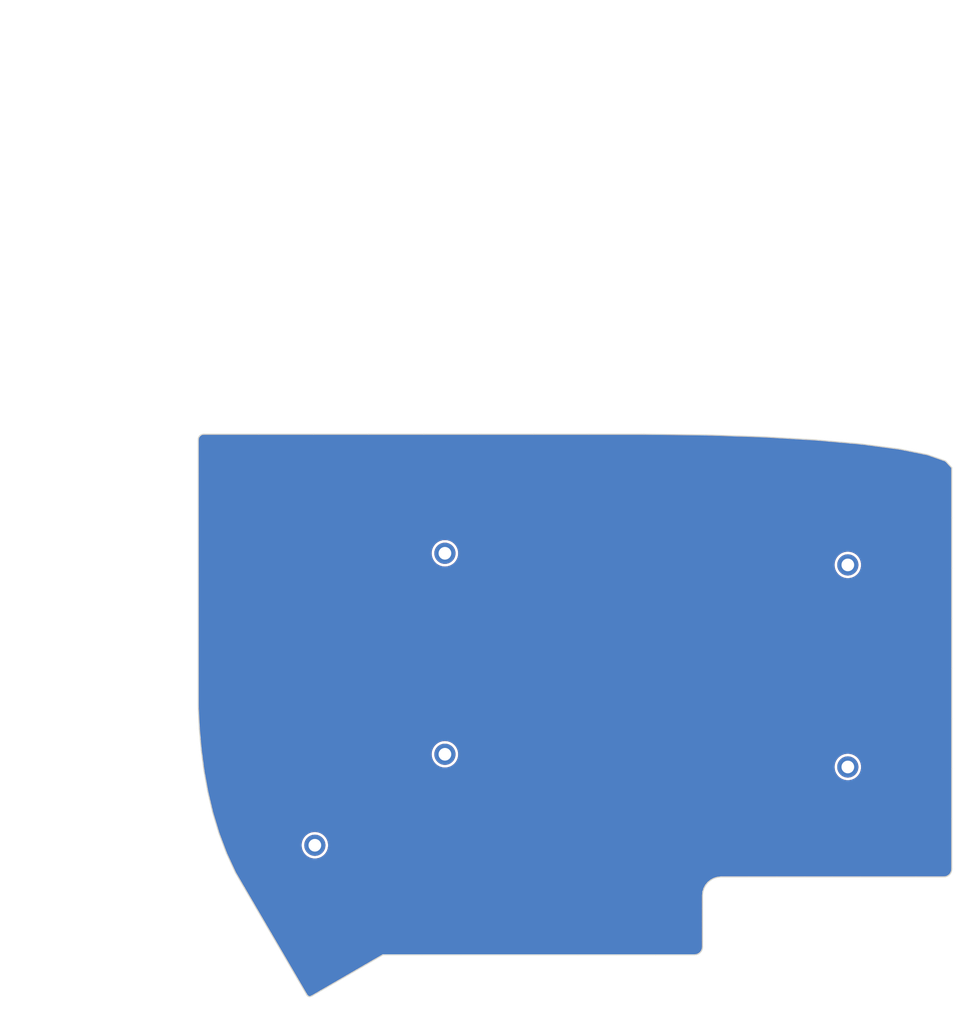
<source format=kicad_pcb>
(kicad_pcb (version 20221018) (generator pcbnew)
  (layers (0 "F.Cu" signal) (31 "B.Cu" signal) (34 "B.Paste" user) (35 "F.Paste" user) (36 "B.SilkS" user "B.Silkscreen") (37 "F.SilkS" user "F.Silkscreen") (38 "B.Mask" user) (39 "F.Mask" user) (44 "Edge.Cuts" user))
  (net 0 "")
  (net 1 "GND")
  (footprint "Lily58-footprint:M2_HOLE_PCB" (layer "F.Cu") (at 129.6 59.6)
    (fp_text reference "TH3" hide)
    (fp_text value "HOLE")
    (pad "" thru_hole circle (at 0 0) (size 4 4) (drill 2.4) (layers "*.Cu" "*.Mask"))
  )
  (footprint "Lily58-footprint:M2_HOLE_PCB" (layer "F.Cu") (at 205.8 61.8)
    (fp_text reference "TH4" hide)
    (fp_text value "HOLE")
    (pad "" thru_hole circle (at 0 0) (size 4 4) (drill 2.4) (layers "*.Cu" "*.Mask"))
  )
  (footprint "Lily58-footprint:M2_HOLE_PCB" (layer "F.Cu") (at 129.6 97.6)
    (fp_text reference "TH5" hide)
    (fp_text value "HOLE")
    (pad "" thru_hole circle (at 0 0) (size 4 4) (drill 2.4) (layers "*.Cu" "*.Mask"))
  )
  (footprint "Lily58-footprint:M2_HOLE_PCB" (layer "F.Cu") (at 205.8 100)
    (fp_text reference "TH6" hide)
    (fp_text value "HOLE")
    (pad "" thru_hole circle (at 0 0) (size 4 4) (drill 2.4) (layers "*.Cu" "*.Mask"))
  )
  (footprint "Lily58-footprint:M2_HOLE_PCB" (layer "F.Cu") (at 105 114.8 90)
    (fp_text reference "TH7" hide)
    (fp_text value "HOLE")
    (pad "" thru_hole circle (at 0 0 90) (size 4 4) (drill 2.4) (layers "*.Cu" "*.Mask"))
  )
  (gr_line (start 82.937528 63.364495) (end 82.937528 57.057562) (stroke (width 0.2)) (layer "Edge.Cuts"))
  (gr_line (start 111.159536 139.391201) (end 112.83523 138.421062) (stroke (width 0.2)) (layer "Edge.Cuts"))
  (gr_line (start 224.278471 42.15619) (end 220.889319 40.963847) (stroke (width 0.2)) (layer "Edge.Cuts"))
  (gr_line (start 139.971738 135.511658) (end 147.34126 135.511658) (stroke (width 0.2)) (layer "Edge.Cuts"))
  (gr_line (start 208.157255 120.789735) (end 213.424836 120.789735) (stroke (width 0.2)) (layer "Edge.Cuts"))
  (gr_line (start 215.525697 39.885159) (end 208.420758 38.945561) (stroke (width 0.2)) (layer "Edge.Cuts"))
  (gr_line (start 94.396044 37.086762) (end 83.98821 37.086762) (stroke (width 0.2)) (layer "Edge.Cuts"))
  (gr_line (start 225.46 71.881623) (end 225.46 81.363245) (stroke (width 0.2)) (layer "Edge.Cuts"))
  (gr_line (start 177.121844 135.481211) (end 177.4035 135.393876) (stroke (width 0.2)) (layer "Edge.Cuts"))
  (gr_line (start 82.959523 37.925015) (end 83.020657 37.727855) (stroke (width 0.2)) (layer "Edge.Cuts"))
  (gr_line (start 187.086929 120.789735) (end 192.354511 120.789735) (stroke (width 0.2)) (layer "Edge.Cuts"))
  (gr_line (start 177.121844 135.481211) (end 176.819348 135.511658) (stroke (width 0.2)) (layer "Edge.Cuts"))
  (gr_line (start 192.354511 120.789735) (end 197.622092 120.789735) (stroke (width 0.2)) (layer "Edge.Cuts"))
  (gr_line (start 89.992869 119.988423) (end 91.668563 122.854742) (stroke (width 0.2)) (layer "Edge.Cuts"))
  (gr_line (start 103.84247 143.386445) (end 103.981252 143.413974) (stroke (width 0.2)) (layer "Edge.Cuts"))
  (gr_line (start 178.594174 122.926713) (end 178.916678 122.33216) (stroke (width 0.2)) (layer "Edge.Cuts"))
  (gr_line (start 181.819348 120.789735) (end 187.086929 120.789735) (stroke (width 0.2)) (layer "Edge.Cuts"))
  (gr_line (start 169.449826 135.511658) (end 176.819348 135.511658) (stroke (width 0.2)) (layer "Edge.Cuts"))
  (gr_line (start 82.937528 44.443695) (end 82.937528 38.136762) (stroke (width 0.2)) (layer "Edge.Cuts"))
  (gr_line (start 83.020657 37.727855) (end 83.117409 37.549489) (stroke (width 0.2)) (layer "Edge.Cuts"))
  (gr_line (start 225.46 90.844867) (end 225.46 100.32649) (stroke (width 0.2)) (layer "Edge.Cuts"))
  (gr_line (start 225.46 109.808112) (end 225.46 119.289735) (stroke (width 0.2)) (layer "Edge.Cuts"))
  (gr_line (start 178.319348 131.597973) (end 178.319348 132.816013) (stroke (width 0.2)) (layer "Edge.Cuts"))
  (gr_line (start 179.343884 121.814271) (end 179.861773 121.387065) (stroke (width 0.2)) (layer "Edge.Cuts"))
  (gr_line (start 218.692418 120.789735) (end 223.959999 120.789735) (stroke (width 0.2)) (layer "Edge.Cuts"))
  (gr_line (start 114.510925 137.450923) (end 116.186619 136.480784) (stroke (width 0.2)) (layer "Edge.Cuts"))
  (gr_line (start 86.863105 112.53067) (end 88.291758 116.318073) (stroke (width 0.2)) (layer "Edge.Cuts"))
  (gr_line (start 96.695647 131.453701) (end 98.371341 134.32002) (stroke (width 0.2)) (layer "Edge.Cuts"))
  (gr_line (start 125.232695 135.511658) (end 132.602217 135.511658) (stroke (width 0.2)) (layer "Edge.Cuts"))
  (gr_line (start 213.424836 120.789735) (end 218.692418 120.789735) (stroke (width 0.2)) (layer "Edge.Cuts"))
  (gr_line (start 169.449826 135.511658) (end 162.080304 135.511658) (stroke (width 0.2)) (layer "Edge.Cuts"))
  (gr_line (start 178.319348 129.161894) (end 178.319348 130.379933) (stroke (width 0.2)) (layer "Edge.Cuts"))
  (gr_line (start 156.843047 37.086762) (end 146.435213 37.086762) (stroke (width 0.2)) (layer "Edge.Cuts"))
  (gr_line (start 104.456758 143.271756) (end 106.132452 142.301617) (stroke (width 0.2)) (layer "Edge.Cuts"))
  (gr_line (start 225.429552 119.592231) (end 225.342217 119.873887) (stroke (width 0.2)) (layer "Edge.Cuts"))
  (gr_line (start 178.319348 124.289735) (end 178.390391 123.583911) (stroke (width 0.2)) (layer "Edge.Cuts"))
  (gr_line (start 167.250881 37.086762) (end 156.843047 37.086762) (stroke (width 0.2)) (layer "Edge.Cuts"))
  (gr_line (start 202.889673 120.789735) (end 208.157255 120.789735) (stroke (width 0.2)) (layer "Edge.Cuts"))
  (gr_line (start 132.602217 135.511658) (end 139.971738 135.511658) (stroke (width 0.2)) (layer "Edge.Cuts"))
  (gr_line (start 93.344258 125.721062) (end 95.019952 128.587381) (stroke (width 0.2)) (layer "Edge.Cuts"))
  (gr_line (start 225.46 43.436755) (end 224.278471 42.15619) (stroke (width 0.2)) (layer "Edge.Cuts"))
  (gr_line (start 178.288901 134.314154) (end 178.201565 134.59581) (stroke (width 0.2)) (layer "Edge.Cuts"))
  (gr_line (start 146.435213 37.086762) (end 136.027379 37.086762) (stroke (width 0.2)) (layer "Edge.Cuts"))
  (gr_line (start 225.020912 120.350648) (end 224.79896 120.533736) (stroke (width 0.2)) (layer "Edge.Cuts"))
  (gr_line (start 83.400937 37.265961) (end 83.579303 37.16921) (stroke (width 0.2)) (layer "Edge.Cuts"))
  (gr_line (start 178.390391 123.583911) (end 178.594174 122.926713) (stroke (width 0.2)) (layer "Edge.Cuts"))
  (gr_line (start 220.889319 40.963847) (end 215.525697 39.885159) (stroke (width 0.2)) (layer "Edge.Cuts"))
  (gr_line (start 109.483841 140.36134) (end 111.159536 139.391201) (stroke (width 0.2)) (layer "Edge.Cuts"))
  (gr_line (start 104.130206 143.404468) (end 104.288864 143.357278) (stroke (width 0.2)) (layer "Edge.Cuts"))
  (gr_line (start 103.491837 143.08815) (end 103.597295 143.222884) (stroke (width 0.2)) (layer "Edge.Cuts"))
  (gr_line (start 104.288864 143.357278) (end 104.456758 143.271756) (stroke (width 0.2)) (layer "Edge.Cuts"))
  (gr_line (start 82.937528 75.978362) (end 82.937528 69.671429) (stroke (width 0.2)) (layer "Edge.Cuts"))
  (gr_line (start 224.262495 120.759288) (end 223.959999 120.789735) (stroke (width 0.2)) (layer "Edge.Cuts"))
  (gr_line (start 208.420758 38.945561) (end 199.807654 38.170488) (stroke (width 0.2)) (layer "Edge.Cuts"))
  (gr_line (start 225.204001 120.128696) (end 225.020912 120.350648) (stroke (width 0.2)) (layer "Edge.Cuts"))
  (gr_line (start 83.776462 37.108075) (end 83.98821 37.086762) (stroke (width 0.2)) (layer "Edge.Cuts"))
  (gr_line (start 179.861773 121.387065) (end 180.456326 121.064561) (stroke (width 0.2)) (layer "Edge.Cuts"))
  (gr_line (start 147.34126 135.511658) (end 154.710782 135.511658) (stroke (width 0.2)) (layer "Edge.Cuts"))
  (gr_line (start 178.288901 134.314154) (end 178.319348 134.034052) (stroke (width 0.2)) (layer "Edge.Cuts"))
  (gr_line (start 136.027379 37.086762) (end 125.619545 37.086762) (stroke (width 0.2)) (layer "Edge.Cuts"))
  (gr_line (start 91.668563 122.854742) (end 93.344258 125.721062) (stroke (width 0.2)) (layer "Edge.Cuts"))
  (gr_line (start 100.047036 137.18634) (end 101.72273 140.052659) (stroke (width 0.2)) (layer "Edge.Cuts"))
  (gr_line (start 84.747083 104.695246) (end 85.688004 108.649127) (stroke (width 0.2)) (layer "Edge.Cuts"))
  (gr_line (start 178.063349 134.850619) (end 177.880261 135.072571) (stroke (width 0.2)) (layer "Edge.Cuts"))
  (gr_line (start 178.319348 124.289735) (end 178.319348 125.507775) (stroke (width 0.2)) (layer "Edge.Cuts"))
  (gr_line (start 83.24557 37.394123) (end 83.400937 37.265961) (stroke (width 0.2)) (layer "Edge.Cuts"))
  (gr_line (start 178.319348 130.379933) (end 178.319348 131.597973) (stroke (width 0.2)) (layer "Edge.Cuts"))
  (gr_line (start 180.456326 121.064561) (end 181.113524 120.860778) (stroke (width 0.2)) (layer "Edge.Cuts"))
  (gr_line (start 85.688004 108.649127) (end 86.863105 112.53067) (stroke (width 0.2)) (layer "Edge.Cuts"))
  (gr_line (start 178.916678 122.33216) (end 179.343884 121.814271) (stroke (width 0.2)) (layer "Edge.Cuts"))
  (gr_line (start 98.371341 134.32002) (end 100.047036 137.18634) (stroke (width 0.2)) (layer "Edge.Cuts"))
  (gr_line (start 104.803877 37.086762) (end 94.396044 37.086762) (stroke (width 0.2)) (layer "Edge.Cuts"))
  (gr_line (start 178.319348 125.507775) (end 178.319348 126.725814) (stroke (width 0.2)) (layer "Edge.Cuts"))
  (gr_line (start 95.019952 128.587381) (end 96.695647 131.453701) (stroke (width 0.2)) (layer "Edge.Cuts"))
  (gr_line (start 82.937528 57.057562) (end 82.937528 50.750629) (stroke (width 0.2)) (layer "Edge.Cuts"))
  (gr_line (start 82.937528 69.671429) (end 82.937528 63.364495) (stroke (width 0.2)) (layer "Edge.Cuts"))
  (gr_line (start 224.544152 120.671952) (end 224.262495 120.759288) (stroke (width 0.2)) (layer "Edge.Cuts"))
  (gr_line (start 116.186619 136.480784) (end 117.862313 135.510645) (stroke (width 0.2)) (layer "Edge.Cuts"))
  (gr_line (start 106.132452 142.301617) (end 107.808147 141.331479) (stroke (width 0.2)) (layer "Edge.Cuts"))
  (gr_line (start 107.808147 141.331479) (end 109.483841 140.36134) (stroke (width 0.2)) (layer "Edge.Cuts"))
  (gr_line (start 178.319348 126.725814) (end 178.319348 127.943854) (stroke (width 0.2)) (layer "Edge.Cuts"))
  (gr_line (start 181.113524 120.860778) (end 181.819348 120.789735) (stroke (width 0.2)) (layer "Edge.Cuts"))
  (gr_line (start 83.117409 37.549489) (end 83.24557 37.394123) (stroke (width 0.2)) (layer "Edge.Cuts"))
  (gr_line (start 83.579303 37.16921) (end 83.776462 37.108075) (stroke (width 0.2)) (layer "Edge.Cuts"))
  (gr_line (start 225.46 52.918378) (end 225.46 62.4) (stroke (width 0.2)) (layer "Edge.Cuts"))
  (gr_line (start 178.989563 37.215654) (end 167.250881 37.086762) (stroke (width 0.2)) (layer "Edge.Cuts"))
  (gr_line (start 115.211711 37.086762) (end 104.803877 37.086762) (stroke (width 0.2)) (layer "Edge.Cuts"))
  (gr_line (start 101.72273 140.052659) (end 103.398425 142.918979) (stroke (width 0.2)) (layer "Edge.Cuts"))
  (gr_line (start 82.937528 50.750629) (end 82.937528 44.443695) (stroke (width 0.2)) (layer "Edge.Cuts"))
  (gr_line (start 224.79896 120.533736) (end 224.544152 120.671952) (stroke (width 0.2)) (layer "Edge.Cuts"))
  (gr_line (start 103.398425 142.918979) (end 103.491837 143.08815) (stroke (width 0.2)) (layer "Edge.Cuts"))
  (gr_line (start 225.342217 119.873887) (end 225.204001 120.128696) (stroke (width 0.2)) (layer "Edge.Cuts"))
  (gr_line (start 82.937777 88.592317) (end 83.13569 92.617561) (stroke (width 0.2)) (layer "Edge.Cuts"))
  (gr_line (start 103.981252 143.413974) (end 104.130206 143.404468) (stroke (width 0.2)) (layer "Edge.Cuts"))
  (gr_line (start 84.020972 100.690825) (end 84.747083 104.695246) (stroke (width 0.2)) (layer "Edge.Cuts"))
  (gr_line (start 82.937528 82.285296) (end 82.937528 75.978362) (stroke (width 0.2)) (layer "Edge.Cuts"))
  (gr_line (start 103.597295 143.222884) (end 103.714328 143.322532) (stroke (width 0.2)) (layer "Edge.Cuts"))
  (gr_line (start 82.93821 38.136762) (end 82.959523 37.925015) (stroke (width 0.2)) (layer "Edge.Cuts"))
  (gr_line (start 178.201565 134.59581) (end 178.063349 134.850619) (stroke (width 0.2)) (layer "Edge.Cuts"))
  (gr_line (start 112.83523 138.421062) (end 114.510925 137.450923) (stroke (width 0.2)) (layer "Edge.Cuts"))
  (gr_line (start 103.714328 143.322532) (end 103.84247 143.386445) (stroke (width 0.2)) (layer "Edge.Cuts"))
  (gr_line (start 197.622092 120.789735) (end 202.889673 120.789735) (stroke (width 0.2)) (layer "Edge.Cuts"))
  (gr_line (start 225.46 43.436755) (end 225.46 52.918378) (stroke (width 0.2)) (layer "Edge.Cuts"))
  (gr_line (start 225.46 81.363245) (end 225.46 90.844867) (stroke (width 0.2)) (layer "Edge.Cuts"))
  (gr_line (start 177.4035 135.393876) (end 177.658308 135.25566) (stroke (width 0.2)) (layer "Edge.Cuts"))
  (gr_line (start 83.490297 96.657663) (end 84.020972 100.690825) (stroke (width 0.2)) (layer "Edge.Cuts"))
  (gr_line (start 125.619545 37.086762) (end 115.211711 37.086762) (stroke (width 0.2)) (layer "Edge.Cuts"))
  (gr_line (start 178.319348 132.816013) (end 178.319348 134.034052) (stroke (width 0.2)) (layer "Edge.Cuts"))
  (gr_line (start 177.658308 135.25566) (end 177.880261 135.072571) (stroke (width 0.2)) (layer "Edge.Cuts"))
  (gr_line (start 225.46 62.4) (end 225.46 71.881623) (stroke (width 0.2)) (layer "Edge.Cuts"))
  (gr_line (start 178.319348 127.943854) (end 178.319348 129.161894) (stroke (width 0.2)) (layer "Edge.Cuts"))
  (gr_line (start 88.291758 116.318073) (end 89.993333 119.98954) (stroke (width 0.2)) (layer "Edge.Cuts"))
  (gr_line (start 199.807654 38.170488) (end 189.919538 37.585374) (stroke (width 0.2)) (layer "Edge.Cuts"))
  (gr_line (start 117.863173 135.511658) (end 125.232695 135.511658) (stroke (width 0.2)) (layer "Edge.Cuts"))
  (gr_line (start 83.13569 92.617561) (end 83.490297 96.657663) (stroke (width 0.2)) (layer "Edge.Cuts"))
  (gr_line (start 154.710782 135.511658) (end 162.080304 135.511658) (stroke (width 0.2)) (layer "Edge.Cuts"))
  (gr_line (start 225.46 100.32649) (end 225.46 109.808112) (stroke (width 0.2)) (layer "Edge.Cuts"))
  (gr_line (start 225.459999 119.289735) (end 225.429552 119.592231) (stroke (width 0.2)) (layer "Edge.Cuts"))
  (gr_line (start 82.937528 88.592229) (end 82.937528 82.285296) (stroke (width 0.2)) (layer "Edge.Cuts"))
  (gr_line (start 189.919538 37.585374) (end 178.989563 37.215654) (stroke (width 0.2)) (layer "Edge.Cuts"))
  (zone (net 1) (net_name "GND") (layer "F.Cu") (connect_pads (clearance 0.508)) (min_thickness 0.254) (fill yes (thermal_gap 0.508) (thermal_bridge_width 0.508))
    (polygon (pts (xy 79.5 34) (xy 228.1 33.7) (xy 229.1 148.1) (xy 79.6 148.6)))
  )
  (zone (net 1) (net_name "GND") (layer "B.Cu") (connect_pads (clearance 0.508)) (min_thickness 0.254) (fill yes (thermal_gap 0.508) (thermal_bridge_width 0.508))
    (polygon (pts (xy 79.509311 33.905163) (xy 228.109311 33.605163) (xy 229.109311 148.005163) (xy 79.609311 148.505163)))
  )
)
</source>
